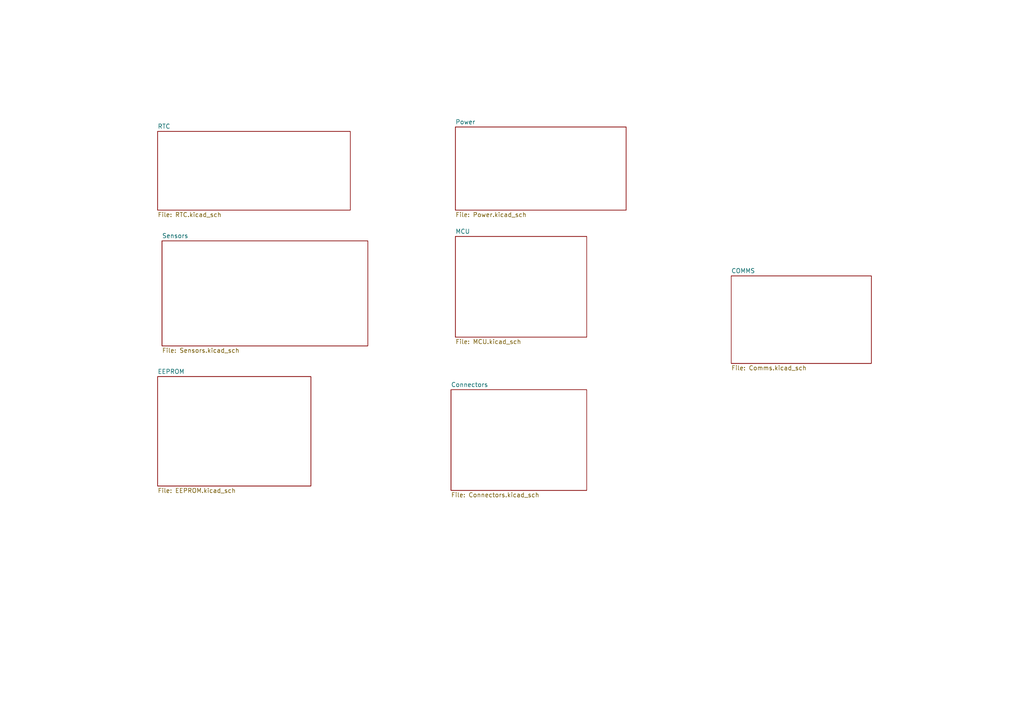
<source format=kicad_sch>
(kicad_sch
	(version 20250114)
	(generator "eeschema")
	(generator_version "9.0")
	(uuid "21693e23-c6b2-404c-9fd8-1ddc5d9cae0d")
	(paper "A4")
	(lib_symbols)
	(sheet
		(at 45.72 109.22)
		(size 44.45 31.75)
		(exclude_from_sim no)
		(in_bom yes)
		(on_board yes)
		(dnp no)
		(fields_autoplaced yes)
		(stroke
			(width 0.1524)
			(type solid)
		)
		(fill
			(color 0 0 0 0.0000)
		)
		(uuid "05ae2e05-5369-422d-af1e-3500891f43be")
		(property "Sheetname" "EEPROM"
			(at 45.72 108.5084 0)
			(effects
				(font
					(size 1.27 1.27)
				)
				(justify left bottom)
			)
		)
		(property "Sheetfile" "EEPROM.kicad_sch"
			(at 45.72 141.5546 0)
			(effects
				(font
					(size 1.27 1.27)
				)
				(justify left top)
			)
		)
		(instances
			(project "Agi_WSN"
				(path "/21693e23-c6b2-404c-9fd8-1ddc5d9cae0d"
					(page "6")
				)
			)
		)
	)
	(sheet
		(at 132.08 68.58)
		(size 38.1 29.21)
		(exclude_from_sim no)
		(in_bom yes)
		(on_board yes)
		(dnp no)
		(fields_autoplaced yes)
		(stroke
			(width 0.1524)
			(type solid)
		)
		(fill
			(color 0 0 0 0.0000)
		)
		(uuid "16a3b147-06d2-4af8-957e-4a8d579a62b1")
		(property "Sheetname" "MCU"
			(at 132.08 67.8684 0)
			(effects
				(font
					(size 1.27 1.27)
				)
				(justify left bottom)
			)
		)
		(property "Sheetfile" "MCU.kicad_sch"
			(at 132.08 98.3746 0)
			(effects
				(font
					(size 1.27 1.27)
				)
				(justify left top)
			)
		)
		(property "Field2" ""
			(at 132.08 68.58 0)
			(effects
				(font
					(size 1.27 1.27)
				)
			)
		)
		(instances
			(project "Agi_WSN"
				(path "/21693e23-c6b2-404c-9fd8-1ddc5d9cae0d"
					(page "5")
				)
			)
		)
	)
	(sheet
		(at 132.08 36.83)
		(size 49.53 24.13)
		(exclude_from_sim no)
		(in_bom yes)
		(on_board yes)
		(dnp no)
		(fields_autoplaced yes)
		(stroke
			(width 0.1524)
			(type solid)
		)
		(fill
			(color 0 0 0 0.0000)
		)
		(uuid "1b760c89-8d66-46c3-8adb-bb4e17f39028")
		(property "Sheetname" "Power"
			(at 132.08 36.1184 0)
			(effects
				(font
					(size 1.27 1.27)
				)
				(justify left bottom)
			)
		)
		(property "Sheetfile" "Power.kicad_sch"
			(at 132.08 61.5446 0)
			(effects
				(font
					(size 1.27 1.27)
				)
				(justify left top)
			)
		)
		(instances
			(project "Agi_WSN"
				(path "/21693e23-c6b2-404c-9fd8-1ddc5d9cae0d"
					(page "4")
				)
			)
		)
	)
	(sheet
		(at 46.99 69.85)
		(size 59.69 30.48)
		(exclude_from_sim no)
		(in_bom yes)
		(on_board yes)
		(dnp no)
		(fields_autoplaced yes)
		(stroke
			(width 0.1524)
			(type solid)
		)
		(fill
			(color 0 0 0 0.0000)
		)
		(uuid "24c05240-a04c-4638-b392-7cb0b38029d1")
		(property "Sheetname" "Sensors"
			(at 46.99 69.1384 0)
			(effects
				(font
					(size 1.27 1.27)
				)
				(justify left bottom)
			)
		)
		(property "Sheetfile" "Sensors.kicad_sch"
			(at 46.99 100.9146 0)
			(effects
				(font
					(size 1.27 1.27)
				)
				(justify left top)
			)
		)
		(property "Field2" ""
			(at 46.99 69.85 0)
			(effects
				(font
					(size 1.27 1.27)
				)
			)
		)
		(instances
			(project "Agi_WSN"
				(path "/21693e23-c6b2-404c-9fd8-1ddc5d9cae0d"
					(page "2")
				)
			)
		)
	)
	(sheet
		(at 212.09 80.01)
		(size 40.64 25.4)
		(exclude_from_sim no)
		(in_bom yes)
		(on_board yes)
		(dnp no)
		(fields_autoplaced yes)
		(stroke
			(width 0.1524)
			(type solid)
		)
		(fill
			(color 0 0 0 0.0000)
		)
		(uuid "4861e332-98fa-4dff-9f4a-f0c845db0ee5")
		(property "Sheetname" "COMMS"
			(at 212.09 79.2984 0)
			(effects
				(font
					(size 1.27 1.27)
				)
				(justify left bottom)
			)
		)
		(property "Sheetfile" "Comms.kicad_sch"
			(at 212.09 105.9946 0)
			(effects
				(font
					(size 1.27 1.27)
				)
				(justify left top)
			)
		)
		(property "Field2" ""
			(at 212.09 80.01 0)
			(effects
				(font
					(size 1.27 1.27)
				)
			)
		)
		(instances
			(project "Agi_WSN"
				(path "/21693e23-c6b2-404c-9fd8-1ddc5d9cae0d"
					(page "8")
				)
			)
		)
	)
	(sheet
		(at 130.81 113.03)
		(size 39.37 29.21)
		(exclude_from_sim no)
		(in_bom yes)
		(on_board yes)
		(dnp no)
		(fields_autoplaced yes)
		(stroke
			(width 0.1524)
			(type solid)
		)
		(fill
			(color 0 0 0 0.0000)
		)
		(uuid "496958a0-9c89-4ec2-a0b6-cadc0aba2ce0")
		(property "Sheetname" "Connectors"
			(at 130.81 112.3184 0)
			(effects
				(font
					(size 1.27 1.27)
				)
				(justify left bottom)
			)
		)
		(property "Sheetfile" "Connectors.kicad_sch"
			(at 130.81 142.8246 0)
			(effects
				(font
					(size 1.27 1.27)
				)
				(justify left top)
			)
		)
		(instances
			(project "Agi_WSN"
				(path "/21693e23-c6b2-404c-9fd8-1ddc5d9cae0d"
					(page "7")
				)
			)
		)
	)
	(sheet
		(at 45.72 38.1)
		(size 55.88 22.86)
		(exclude_from_sim no)
		(in_bom yes)
		(on_board yes)
		(dnp no)
		(fields_autoplaced yes)
		(stroke
			(width 0.1524)
			(type solid)
		)
		(fill
			(color 0 0 0 0.0000)
		)
		(uuid "9ca661d4-5930-43ec-88ad-ca299e745e3f")
		(property "Sheetname" "RTC"
			(at 45.72 37.3884 0)
			(effects
				(font
					(size 1.27 1.27)
				)
				(justify left bottom)
			)
		)
		(property "Sheetfile" "RTC.kicad_sch"
			(at 45.72 61.5446 0)
			(effects
				(font
					(size 1.27 1.27)
				)
				(justify left top)
			)
		)
		(instances
			(project "Agi_WSN"
				(path "/21693e23-c6b2-404c-9fd8-1ddc5d9cae0d"
					(page "3")
				)
			)
		)
	)
	(sheet_instances
		(path "/"
			(page "1")
		)
	)
	(embedded_fonts no)
)

</source>
